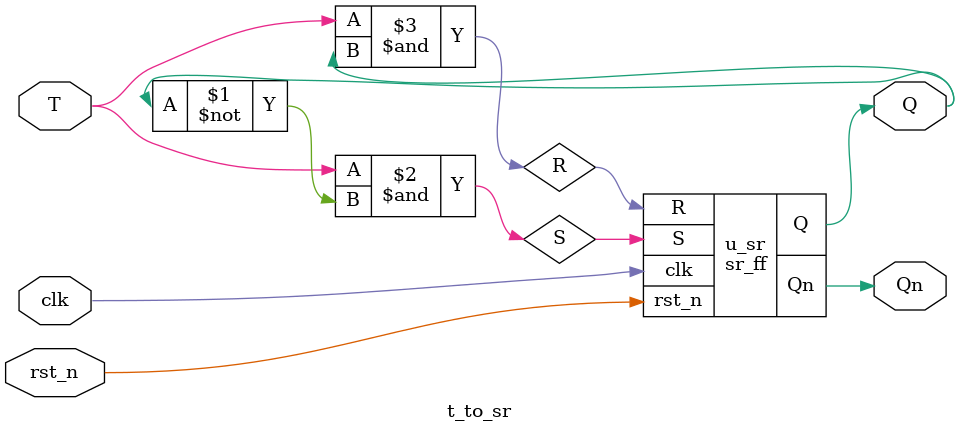
<source format=v>
`timescale 1ns / 1ps
module sr_ff (
    input  wire S,        // Set
    input  wire R,        // Reset
    input  wire clk,      // Clock
    input  wire rst_n,    // Active-low asynchronous reset
    output reg  Q,        // Output
    output wire Qn
);
    assign Qn = ~Q;

    always @(posedge clk or negedge rst_n) begin
        if (!rst_n)
            Q <= 1'b0;      // Reset output
        else begin
            case ({S, R})
                2'b00: Q <= Q;     // Hold
                2'b01: Q <= 1'b0;  // Reset
                2'b10: Q <= 1'b1;  // Set
                2'b11: Q <= Q;     // Prevent invalid state
            endcase
        end
    end
endmodule
module t_to_sr (
    input  wire T,        // T input
    input  wire clk,
    input  wire rst_n,
    output wire Q,
    output wire Qn
);
    wire S, R;

    // Conversion logic
    assign S = T & ~Q;
    assign R = T & Q;

    // Use SR flip-flop
    sr_ff u_sr (
        .S(S),
        .R(R),
        .clk(clk),
        .rst_n(rst_n),
        .Q(Q),
        .Qn(Qn)
    );
endmodule


</source>
